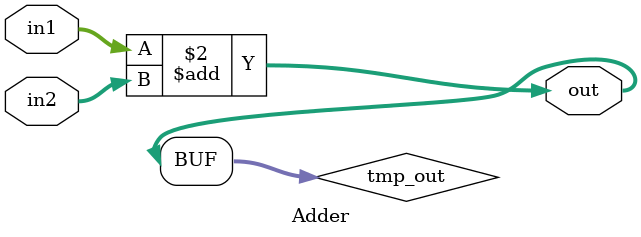
<source format=v>

module Adder (in1, in2, out);

// ------------------------ PORT declaration ------------------------ //
input [15:0] in1, in2;
output [15:0] out;

// ------------------------- Registers/Wires ------------------------ //
reg [15:0] tmp_out;

// -------------------------- ALU Operation ------------------------- //
// ALUOp encoding:													  //
//  000 = addition, 001 = subtraction, 010 = OR,					  //
//  011 = NAND, and 100 = Shift										  //
// ------------------------------------------------------------------ //
always @(*)
begin

	tmp_out = in1 + in2;
	
end

// Assign output and condition flags
assign out = tmp_out;

endmodule

</source>
